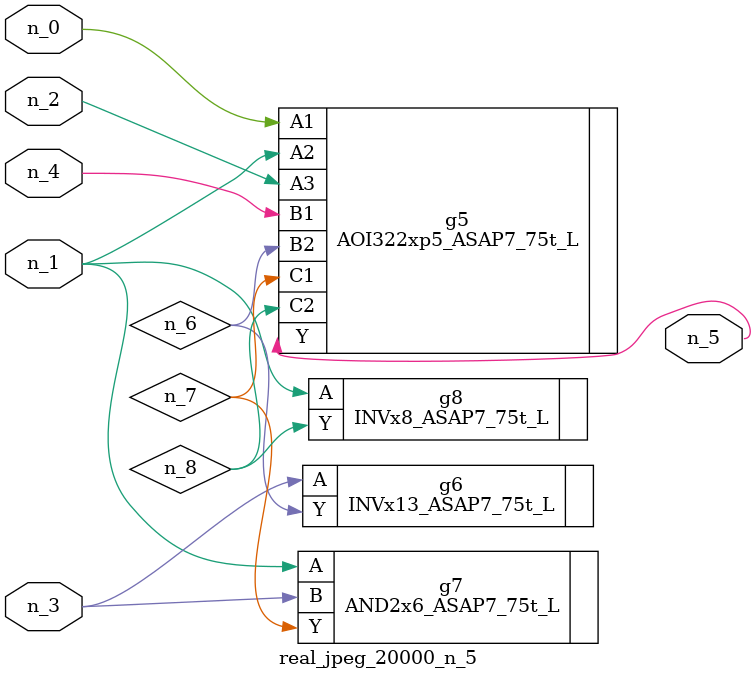
<source format=v>
module real_jpeg_20000_n_5 (n_4, n_0, n_1, n_2, n_3, n_5);

input n_4;
input n_0;
input n_1;
input n_2;
input n_3;

output n_5;

wire n_8;
wire n_6;
wire n_7;

AOI322xp5_ASAP7_75t_L g5 ( 
.A1(n_0),
.A2(n_1),
.A3(n_2),
.B1(n_4),
.B2(n_6),
.C1(n_7),
.C2(n_8),
.Y(n_5)
);

AND2x6_ASAP7_75t_L g7 ( 
.A(n_1),
.B(n_3),
.Y(n_7)
);

INVx8_ASAP7_75t_L g8 ( 
.A(n_1),
.Y(n_8)
);

INVx13_ASAP7_75t_L g6 ( 
.A(n_3),
.Y(n_6)
);


endmodule
</source>
